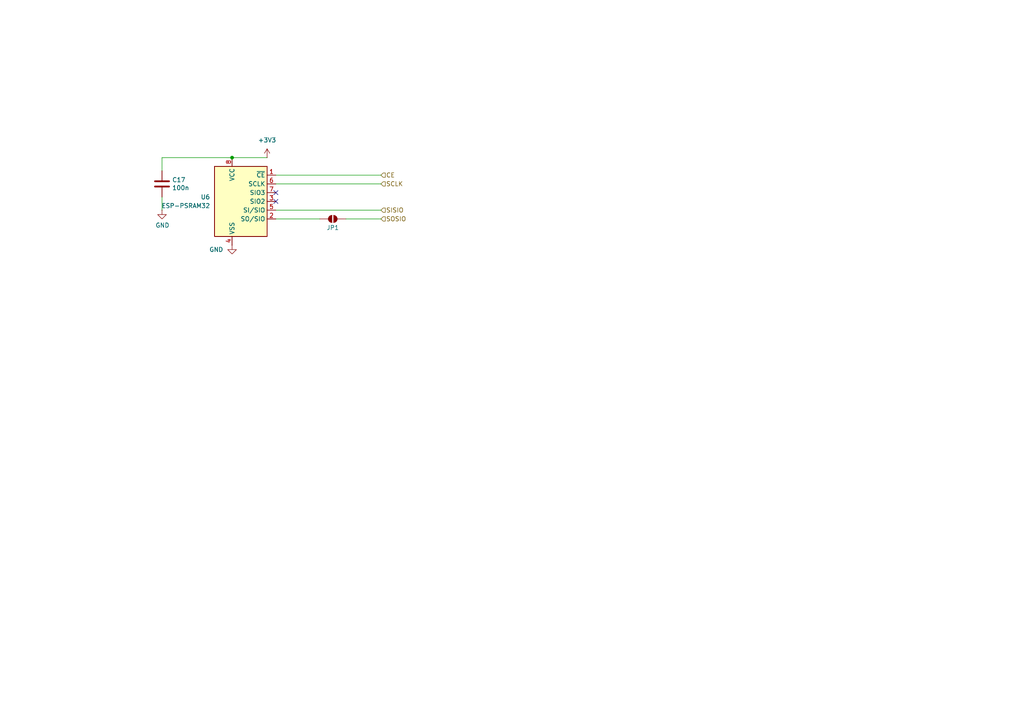
<source format=kicad_sch>
(kicad_sch (version 20250114) (generator "eeschema") (generator_version "9.0")
  (paper "A4")
  (title_block (title "${NAME}") (date "2025-04-30") (rev "${VERSION}") (company "Mikhail Matveev") (comment 1 "https://github.com/rh1tech/echo"))
  (lib_symbols
    (symbol "Device:C" (pin_numbers (hide yes)) (pin_names (offset 0.254))
      (property "Reference" "C" (at 0.635 2.54 0))
      (property "Value" "C" (at 0.635 -2.54 0))
      (symbol "C_0_1"
        (polyline (pts (xy -2.032 0.762) (xy 2.032 0.762)) (stroke (width 0.508)))
        (polyline (pts (xy -2.032 -0.762) (xy 2.032 -0.762)) (stroke (width 0.508)))
      )
      (symbol "C_1_1"
        (pin passive line (at 0 3.81 270) (length 2.794) (name "~") (number "1"))
        (pin passive line (at 0 -3.81 90) (length 2.794) (name "~") (number "2"))
      )
    )
    (symbol "FRANK:ESP-PSRAM32"
      (property "Reference" "PSR1" (at -8.89 1.2701 0))
      (property "Value" "PSRAM" (at -8.89 -1.2699 0))
      (symbol "ESP-PSRAM32_0_1"
        (rectangle (start -7.62 10.16) (end 7.62 -10.16) (stroke (width 0.254)) (fill (type background)))
      )
      (symbol "ESP-PSRAM32_1_1"
        (pin power_in line (at -2.54 12.7 270) (length 2.54) (name "VCC") (number "8"))
        (pin power_in line (at -2.54 -12.7 90) (length 2.54) (name "VSS") (number "4"))
        (pin input line (at 10.16 7.62 180) (length 2.54) (name "~{CE}") (number "1"))
        (pin output line (at 10.16 5.08 180) (length 2.54) (name "SCLK") (number "6"))
        (pin bidirectional line (at 10.16 2.54 180) (length 2.54) (name "SIO3") (number "7"))
        (pin bidirectional line (at 10.16 0 180) (length 2.54) (name "SIO2") (number "3"))
        (pin input line (at 10.16 -2.54 180) (length 2.54) (name "SI/SIO") (number "5"))
        (pin output line (at 10.16 -5.08 180) (length 2.54) (name "SO/SIO") (number "2"))
      )
    )
    (symbol "GND_1" (power) (pin_numbers (hide yes)) (pin_names (offset 0) (hide yes))
      (property "Value" "GND" (at 0 -3.81 0))
      (symbol "GND_1_0_1"
        (polyline (pts (xy 0 0) (xy 0 -1.27) (xy 1.27 -1.27) (xy 0 -2.54) (xy -1.27 -1.27) (xy 0 -1.27)))
      )
      (symbol "GND_1_1_1"
        (pin power_in line (at 0 0 270) (length 0) (name "~") (number "1"))
      )
    )
    (symbol "Jumper:SolderJumper_2_Open" (pin_numbers (hide yes)) (pin_names (offset 0) (hide yes)) (exclude_from_sim yes) (in_bom no)
      (property "Reference" "JP" (at 0 2.032 0))
      (property "Value" "SolderJumper_2_Open" (at 0 -2.54 0))
      (symbol "SolderJumper_2_Open_0_1"
        (polyline (pts (xy -0.254 1.016) (xy -0.254 -1.016)))
        (arc (start -0.254 -1.016) (mid -1.2656 0) (end -0.254 1.016))
        (arc (start -0.254 -1.016) (mid -1.2656 0) (end -0.254 1.016) (fill (type outline)))
        (arc (start 0.254 1.016) (mid 1.2656 0) (end 0.254 -1.016))
        (arc (start 0.254 1.016) (mid 1.2656 0) (end 0.254 -1.016) (fill (type outline)))
        (polyline (pts (xy 0.254 1.016) (xy 0.254 -1.016)))
      )
      (symbol "SolderJumper_2_Open_1_1"
        (pin passive line (at -3.81 0 0) (length 2.54) (name "A") (number "1"))
        (pin passive line (at 3.81 0 180) (length 2.54) (name "B") (number "2"))
      )
    )
    (symbol "power:+3V3" (power) (pin_numbers (hide yes)) (pin_names (offset 0) (hide yes))
      (property "Value" "+3V3" (at 0 3.556 0))
      (symbol "+3V3_0_1"
        (polyline (pts (xy -0.762 1.27) (xy 0 2.54)))
        (polyline (pts (xy 0 2.54) (xy 0.762 1.27)))
        (polyline (pts (xy 0 0) (xy 0 2.54)))
      )
      (symbol "+3V3_1_1"
        (pin power_in line (at 0 0 90) (length 0) (name "~") (number "1"))
      )
    )
    (symbol "power:GND" (power) (pin_numbers (hide yes)) (pin_names (offset 0) (hide yes))
      (property "Value" "GND" (at 0 -3.81 0))
      (symbol "GND_0_1"
        (polyline (pts (xy 0 0) (xy 0 -1.27) (xy 1.27 -1.27) (xy 0 -2.54) (xy -1.27 -1.27) (xy 0 -1.27)))
      )
      (symbol "GND_1_1"
        (pin power_in line (at 0 0 270) (length 0) (name "~") (number "1"))
      )
    )
  )
  (junction (at 67.31 45.72))
  (no_connect (at 80.01 55.88))
  (no_connect (at 80.01 58.42))
  (wire (pts (xy 80.01 50.8) (xy 110.49 50.8)))
  (wire (pts (xy 46.99 45.72) (xy 46.99 49.53)))
  (wire (pts (xy 80.01 53.34) (xy 110.49 53.34)))
  (wire (pts (xy 46.99 45.72) (xy 67.31 45.72)))
  (wire (pts (xy 67.31 45.72) (xy 77.47 45.72)))
  (wire (pts (xy 46.99 57.15) (xy 46.99 60.96)))
  (wire (pts (xy 80.01 60.96) (xy 110.49 60.96)))
  (wire (pts (xy 100.33 63.5) (xy 110.49 63.5)))
  (wire (pts (xy 80.01 63.5) (xy 92.71 63.5)))
  (hierarchical_label "SISIO" (shape input) (at 110.49 60.96 0))
  (hierarchical_label "CE" (shape input) (at 110.49 50.8 0))
  (hierarchical_label "SCLK" (shape input) (at 110.49 53.34 0))
  (hierarchical_label "SOSIO" (shape input) (at 110.49 63.5 0))
  (symbol (lib_id "power:GND") (at 67.31 71.12 0) (unit 1)
    (property "Reference" "#PWR058" (effects (hide yes)))
    (property "Value" "GND" (at 64.77 72.39 0) (effects (justify right)))
    (property "Description" "Power symbol creates a global label with name \"GND\" , ground" (effects (hide yes)))
  )
  (symbol (lib_id "power:+3V3") (at 77.47 45.72 0) (unit 1)
    (property "Reference" "#PWR056" (effects (hide yes)))
    (property "Value" "+3V3" (at 77.47 40.64 0))
    (property "Description" "Power symbol creates a global label with name \"+3V3\"" (effects (hide yes)))
  )
  (symbol (lib_id "FRANK:ESP-PSRAM32") (at 69.85 58.42 0) (unit 1)
    (property "Reference" "U6" (at 60.96 57.1499 0) (effects (justify right)))
    (property "Value" "ESP-PSRAM32" (at 60.96 59.6899 0) (effects (justify right)))
    (property "Footprint" "FRANK:SO-8" (effects (hide yes)))
    (property "Datasheet" "https://www.espressif.com/sites/default/files/documentation/esp-psram32_datasheet_en.pdf" (effects (hide yes)))
    (property "AliExpress" "https://www.aliexpress.com/item/1005006440914173.html" (effects (hide yes)))
  )
  (symbol (lib_id "Device:C") (at 46.99 53.34 0) (unit 1)
    (property "Reference" "C17" (at 49.911 52.1716 0) (effects (justify left)))
    (property "Value" "100n" (at 49.911 54.483 0) (effects (justify left)))
    (property "Footprint" "FRANK:Capacitor (0805)" (effects (hide yes)))
    (property "Datasheet" "https://eu.mouser.com/datasheet/2/40/KGM_X7R-3223212.pdf" (effects (hide yes)))
    (property "AliExpress" "https://www.aliexpress.com/item/33008008276.html" (effects (hide yes)))
  )
  (symbol (lib_id "Jumper:SolderJumper_2_Open") (at 96.52 63.5 0) (unit 1)
    (property "Reference" "JP1" (at 96.52 66.04 0))
    (property "Value" "Jumper (Solder)" (effects (hide yes)))
    (property "Footprint" "FRANK:Jumper (solder)" (effects (hide yes)))
    (property "Description" "Solder Jumper, 2-pole, open" (effects (hide yes)))
  )
  (symbol (lib_name "GND_1") (lib_id "power:GND") (at 46.99 60.96 0) (unit 1)
    (property "Reference" "#PWR057" (effects (hide yes)))
    (property "Value" "GND" (at 47.117 65.3542 0))
    (property "Description" "Power symbol creates a global label with name \"GND\" , ground" (effects (hide yes)))
  )
)
</source>
